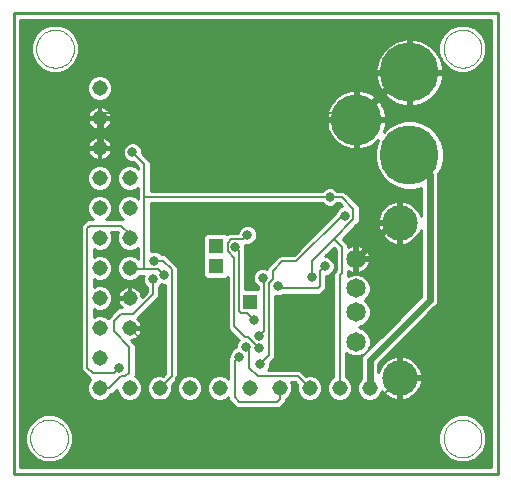
<source format=gbl>
G75*
%MOIN*%
%OFA0B0*%
%FSLAX24Y24*%
%IPPOS*%
%LPD*%
%AMOC8*
5,1,8,0,0,1.08239X$1,22.5*
%
%ADD10C,0.0100*%
%ADD11C,0.0000*%
%ADD12C,0.0650*%
%ADD13C,0.1181*%
%ADD14C,0.0515*%
%ADD15R,0.0515X0.0515*%
%ADD16C,0.1969*%
%ADD17C,0.1699*%
%ADD18C,0.0317*%
%ADD19C,0.0080*%
%ADD20C,0.0240*%
D10*
X000574Y000574D02*
X000574Y015928D01*
X016715Y015928D01*
X016715Y000574D01*
X000574Y000574D01*
X000794Y000794D02*
X016495Y000794D01*
X016495Y015708D01*
X000794Y015708D01*
X000794Y000794D01*
X000794Y000868D02*
X016495Y000868D01*
X016495Y000966D02*
X015721Y000966D01*
X015693Y000955D02*
X015987Y001077D01*
X016212Y001302D01*
X016334Y001596D01*
X016334Y001914D01*
X016212Y002208D01*
X015987Y002433D01*
X015693Y002555D01*
X015375Y002555D01*
X015081Y002433D01*
X014856Y002208D01*
X014734Y001914D01*
X014734Y001596D01*
X014856Y001302D01*
X015081Y001077D01*
X015375Y000955D01*
X015693Y000955D01*
X015959Y001065D02*
X016495Y001065D01*
X016495Y001163D02*
X016074Y001163D01*
X016172Y001262D02*
X016495Y001262D01*
X016495Y001360D02*
X016237Y001360D01*
X016278Y001459D02*
X016495Y001459D01*
X016495Y001557D02*
X016318Y001557D01*
X016334Y001656D02*
X016495Y001656D01*
X016495Y001754D02*
X016334Y001754D01*
X016334Y001853D02*
X016495Y001853D01*
X016495Y001951D02*
X016319Y001951D01*
X016278Y002050D02*
X016495Y002050D01*
X016495Y002148D02*
X016237Y002148D01*
X016174Y002247D02*
X016495Y002247D01*
X016495Y002345D02*
X016075Y002345D01*
X015961Y002444D02*
X016495Y002444D01*
X016495Y002542D02*
X015724Y002542D01*
X015345Y002542D02*
X001944Y002542D01*
X001914Y002555D02*
X001596Y002555D01*
X001302Y002433D01*
X001077Y002208D01*
X000955Y001914D01*
X000955Y001596D01*
X001077Y001302D01*
X001302Y001077D01*
X001596Y000955D01*
X001914Y000955D01*
X002208Y001077D01*
X002433Y001302D01*
X002555Y001596D01*
X002555Y001914D01*
X002433Y002208D01*
X002208Y002433D01*
X001914Y002555D01*
X002182Y002444D02*
X015107Y002444D01*
X014993Y002345D02*
X002296Y002345D01*
X002394Y002247D02*
X014895Y002247D01*
X014831Y002148D02*
X002458Y002148D01*
X002498Y002050D02*
X014791Y002050D01*
X014750Y001951D02*
X002539Y001951D01*
X002555Y001853D02*
X014734Y001853D01*
X014734Y001754D02*
X002555Y001754D01*
X002555Y001656D02*
X014734Y001656D01*
X014750Y001557D02*
X002539Y001557D01*
X002498Y001459D02*
X014791Y001459D01*
X014832Y001360D02*
X002457Y001360D01*
X002393Y001262D02*
X014896Y001262D01*
X014995Y001163D02*
X002294Y001163D01*
X002179Y001065D02*
X015110Y001065D01*
X015348Y000966D02*
X001941Y000966D01*
X001568Y000966D02*
X000794Y000966D01*
X000794Y001065D02*
X001331Y001065D01*
X001215Y001163D02*
X000794Y001163D01*
X000794Y001262D02*
X001117Y001262D01*
X001052Y001360D02*
X000794Y001360D01*
X000794Y001459D02*
X001012Y001459D01*
X000971Y001557D02*
X000794Y001557D01*
X000794Y001656D02*
X000955Y001656D01*
X000955Y001754D02*
X000794Y001754D01*
X000794Y001853D02*
X000955Y001853D01*
X000970Y001951D02*
X000794Y001951D01*
X000794Y002050D02*
X001011Y002050D01*
X001052Y002148D02*
X000794Y002148D01*
X000794Y002247D02*
X001115Y002247D01*
X001214Y002345D02*
X000794Y002345D01*
X000794Y002444D02*
X001328Y002444D01*
X001565Y002542D02*
X000794Y002542D01*
X000794Y002641D02*
X016495Y002641D01*
X016495Y002739D02*
X000794Y002739D01*
X000794Y002838D02*
X007924Y002838D01*
X007880Y002882D02*
X008003Y002759D01*
X009436Y002759D01*
X009523Y002845D01*
X009646Y002969D01*
X009646Y003060D01*
X009678Y003074D01*
X009798Y003194D01*
X009863Y003351D01*
X009863Y003521D01*
X009819Y003627D01*
X009948Y003627D01*
X010022Y003553D01*
X010008Y003521D01*
X010008Y003351D01*
X010074Y003194D01*
X010194Y003074D01*
X010351Y003008D01*
X010521Y003008D01*
X010678Y003074D01*
X010798Y003194D01*
X010863Y003351D01*
X010863Y003521D01*
X010798Y003678D01*
X010678Y003798D01*
X010521Y003863D01*
X010351Y003863D01*
X010319Y003850D01*
X010122Y004047D01*
X009059Y004047D01*
X009078Y004066D01*
X009128Y004187D01*
X009128Y004284D01*
X009292Y004448D01*
X009292Y006510D01*
X009307Y006504D01*
X009438Y006504D01*
X009554Y006552D01*
X010794Y006552D01*
X010987Y006745D01*
X010987Y007169D01*
X011013Y007169D01*
X011133Y007219D01*
X011226Y007311D01*
X011276Y007432D01*
X011276Y007563D01*
X011226Y007683D01*
X011133Y007776D01*
X011013Y007826D01*
X010953Y007826D01*
X011240Y008113D01*
X011307Y008045D01*
X011307Y007359D01*
X011226Y007278D01*
X011226Y003812D01*
X011194Y003798D01*
X011074Y003678D01*
X011008Y003521D01*
X011008Y003351D01*
X011074Y003194D01*
X011194Y003074D01*
X011351Y003008D01*
X011521Y003008D01*
X011678Y003074D01*
X011798Y003194D01*
X011863Y003351D01*
X011863Y003521D01*
X011798Y003678D01*
X011678Y003798D01*
X011646Y003812D01*
X011646Y004616D01*
X011698Y004563D01*
X011880Y004488D01*
X012077Y004488D01*
X012190Y004535D01*
X012146Y004429D01*
X012146Y003750D01*
X012074Y003678D01*
X012008Y003521D01*
X012008Y003351D01*
X012074Y003194D01*
X012194Y003074D01*
X012351Y003008D01*
X012521Y003008D01*
X012678Y003074D01*
X012798Y003194D01*
X012853Y003326D01*
X012885Y003285D01*
X012954Y003216D01*
X013031Y003157D01*
X013115Y003109D01*
X013205Y003071D01*
X013298Y003046D01*
X013393Y003034D01*
X013393Y003724D01*
X013493Y003724D01*
X013493Y003034D01*
X013588Y003046D01*
X013682Y003071D01*
X013771Y003109D01*
X013855Y003157D01*
X013932Y003216D01*
X014001Y003285D01*
X014060Y003362D01*
X014109Y003446D01*
X014146Y003536D01*
X014171Y003629D01*
X014183Y003724D01*
X016495Y003724D01*
X016495Y003626D02*
X014170Y003626D01*
X014183Y003724D02*
X013493Y003724D01*
X013393Y003724D01*
X013393Y003626D02*
X013493Y003626D01*
X013493Y003724D02*
X013493Y003824D01*
X014183Y003824D01*
X014171Y003919D01*
X014146Y004013D01*
X014109Y004102D01*
X014060Y004187D01*
X014001Y004264D01*
X013932Y004332D01*
X013855Y004391D01*
X013771Y004440D01*
X013682Y004477D01*
X013588Y004502D01*
X013493Y004515D01*
X013493Y003824D01*
X013393Y003824D01*
X013393Y004515D01*
X013298Y004502D01*
X013205Y004477D01*
X013115Y004440D01*
X013031Y004391D01*
X012954Y004332D01*
X012885Y004264D01*
X012826Y004187D01*
X012777Y004102D01*
X012740Y004013D01*
X012726Y003959D01*
X012726Y004251D01*
X014601Y006126D01*
X014683Y006208D01*
X014727Y006315D01*
X014727Y010566D01*
X014838Y010758D01*
X014917Y011052D01*
X014917Y011356D01*
X014838Y011649D01*
X014686Y011912D01*
X014471Y012127D01*
X014208Y012279D01*
X013915Y012358D01*
X013611Y012358D01*
X013317Y012279D01*
X013054Y012127D01*
X012905Y011978D01*
X012916Y012002D01*
X012953Y012108D01*
X012978Y012217D01*
X012991Y012329D01*
X012991Y012335D01*
X012041Y012335D01*
X012041Y012435D01*
X011941Y012435D01*
X011941Y013384D01*
X011935Y013384D01*
X011823Y013372D01*
X011714Y013347D01*
X011608Y013310D01*
X011507Y013261D01*
X011412Y013201D01*
X011324Y013131D01*
X011245Y013052D01*
X011174Y012964D01*
X011115Y012869D01*
X011066Y012768D01*
X011029Y012662D01*
X011004Y012552D01*
X010991Y012441D01*
X010991Y012435D01*
X011941Y012435D01*
X011941Y012335D01*
X010991Y012335D01*
X010991Y012329D01*
X011004Y012217D01*
X011029Y012108D01*
X011066Y012002D01*
X011115Y011900D01*
X000794Y011900D01*
X000794Y011998D02*
X011068Y011998D01*
X011033Y012097D02*
X003662Y012097D01*
X003649Y012087D02*
X003701Y012125D01*
X003747Y012170D01*
X003784Y012222D01*
X003814Y012279D01*
X003833Y012340D01*
X003843Y012404D01*
X003843Y012407D01*
X003465Y012407D01*
X003465Y012465D01*
X003407Y012465D01*
X003407Y012843D01*
X003404Y012843D01*
X003340Y012833D01*
X003279Y012814D01*
X003222Y012784D01*
X003170Y012747D01*
X003125Y012701D01*
X003087Y012649D01*
X003058Y012592D01*
X003038Y012531D01*
X003028Y012468D01*
X003028Y012465D01*
X003407Y012465D01*
X003407Y012407D01*
X003028Y012407D01*
X003028Y012404D01*
X003038Y012340D01*
X003058Y012279D01*
X003087Y012222D01*
X003125Y012170D01*
X003170Y012125D01*
X003222Y012087D01*
X003279Y012058D01*
X003340Y012038D01*
X003404Y012028D01*
X003407Y012028D01*
X003407Y012407D01*
X003465Y012407D01*
X003465Y012028D01*
X003468Y012028D01*
X003531Y012038D01*
X003592Y012058D01*
X003649Y012087D01*
X003765Y012195D02*
X011009Y012195D01*
X010995Y012294D02*
X003818Y012294D01*
X003842Y012392D02*
X011941Y012392D01*
X011941Y012335D02*
X012041Y012335D01*
X012041Y011385D01*
X012047Y011385D01*
X012159Y011398D01*
X012268Y011423D01*
X012374Y011460D01*
X012475Y011508D01*
X012570Y011568D01*
X012658Y011638D01*
X012712Y011692D01*
X012687Y011649D01*
X012608Y011356D01*
X012608Y011052D01*
X012687Y010758D01*
X012839Y010495D01*
X013054Y010280D01*
X013317Y010128D01*
X013611Y010049D01*
X013915Y010049D01*
X014147Y010112D01*
X014147Y009181D01*
X014146Y009186D01*
X014109Y009276D01*
X014060Y009360D01*
X014001Y009437D01*
X013932Y009505D01*
X013855Y009565D01*
X013771Y009613D01*
X013682Y009650D01*
X013588Y009675D01*
X013493Y009688D01*
X013493Y008997D01*
X013393Y008997D01*
X013393Y008897D01*
X013493Y008897D01*
X013493Y008207D01*
X013588Y008220D01*
X013682Y008245D01*
X013771Y008282D01*
X013855Y008330D01*
X013932Y008390D01*
X014001Y008458D01*
X014060Y008535D01*
X014109Y008619D01*
X014146Y008709D01*
X014147Y008714D01*
X014147Y006492D01*
X012427Y004772D01*
X012473Y004884D01*
X012473Y005081D01*
X012398Y005263D01*
X012259Y005402D01*
X012083Y005475D01*
X012259Y005548D01*
X012398Y005687D01*
X012473Y005869D01*
X012473Y006066D01*
X012398Y006247D01*
X012285Y006361D01*
X012398Y006474D01*
X012473Y006656D01*
X012473Y006853D01*
X012398Y007035D01*
X012259Y007174D01*
X012077Y007249D01*
X011880Y007249D01*
X011727Y007186D01*
X011727Y007335D01*
X011730Y007333D01*
X011796Y007299D01*
X011867Y007276D01*
X011929Y007266D01*
X011929Y007689D01*
X012029Y007689D01*
X012029Y007789D01*
X012451Y007789D01*
X012442Y007850D01*
X012419Y007921D01*
X012385Y007988D01*
X012341Y008048D01*
X012288Y008101D01*
X012227Y008145D01*
X012161Y008179D01*
X012090Y008202D01*
X012029Y008212D01*
X012029Y007789D01*
X011929Y007789D01*
X011929Y008212D01*
X011867Y008202D01*
X011796Y008179D01*
X011730Y008145D01*
X011727Y008143D01*
X011727Y008219D01*
X011537Y008410D01*
X011984Y008857D01*
X012107Y008980D01*
X012107Y009494D01*
X011589Y010012D01*
X011357Y010012D01*
X011288Y010081D01*
X011168Y010131D01*
X011037Y010131D01*
X010916Y010081D01*
X010848Y010012D01*
X005142Y010012D01*
X005142Y010986D01*
X005019Y011109D01*
X004863Y011266D01*
X004863Y011363D01*
X004813Y011483D01*
X004720Y011576D01*
X004600Y011626D01*
X004469Y011626D01*
X004348Y011576D01*
X004256Y011483D01*
X004206Y011363D01*
X004206Y011232D01*
X004256Y011111D01*
X004348Y011019D01*
X004469Y010969D01*
X004566Y010969D01*
X004722Y010812D01*
X004722Y010754D01*
X004678Y010798D01*
X004521Y010863D01*
X004351Y010863D01*
X004194Y010798D01*
X004074Y010678D01*
X004008Y010521D01*
X004008Y010351D01*
X004074Y010194D01*
X004194Y010074D01*
X004351Y010008D01*
X004521Y010008D01*
X004678Y010074D01*
X004722Y010118D01*
X004722Y009754D01*
X004678Y009798D01*
X004521Y009863D01*
X004351Y009863D01*
X004194Y009798D01*
X004074Y009678D01*
X004008Y009521D01*
X004008Y009351D01*
X004074Y009194D01*
X004194Y009074D01*
X004221Y009062D01*
X003651Y009062D01*
X003678Y009074D01*
X003798Y009194D01*
X003863Y009351D01*
X003863Y009521D01*
X003798Y009678D01*
X003678Y009798D01*
X003521Y009863D01*
X003351Y009863D01*
X003194Y009798D01*
X003074Y009678D01*
X003008Y009521D01*
X003008Y009351D01*
X003074Y009194D01*
X003194Y009074D01*
X003221Y009062D01*
X003015Y009062D01*
X002892Y008939D01*
X002817Y008864D01*
X002817Y004030D01*
X002940Y003907D01*
X003115Y003732D01*
X003128Y003732D01*
X003074Y003678D01*
X003008Y003521D01*
X003008Y003351D01*
X003074Y003194D01*
X003194Y003074D01*
X003351Y003008D01*
X003521Y003008D01*
X003678Y003074D01*
X003798Y003194D01*
X003812Y003226D01*
X003848Y003226D01*
X003971Y003349D01*
X004008Y003386D01*
X004008Y003351D01*
X004074Y003194D01*
X004194Y003074D01*
X004351Y003008D01*
X004521Y003008D01*
X004678Y003074D01*
X004798Y003194D01*
X004863Y003351D01*
X004863Y003521D01*
X004798Y003678D01*
X004678Y003798D01*
X004602Y003830D01*
X004637Y003865D01*
X004637Y004884D01*
X004514Y005007D01*
X004490Y005032D01*
X004531Y005038D01*
X004592Y005058D01*
X004649Y005087D01*
X004701Y005125D01*
X004747Y005170D01*
X004784Y005222D01*
X004814Y005279D01*
X004833Y005340D01*
X004843Y005404D01*
X004843Y005407D01*
X004465Y005407D01*
X004465Y005465D01*
X004843Y005465D01*
X004843Y005468D01*
X004833Y005531D01*
X004814Y005592D01*
X004784Y005649D01*
X004747Y005701D01*
X004701Y005747D01*
X004697Y005750D01*
X004777Y005830D01*
X005422Y006475D01*
X005422Y006808D01*
X005491Y006876D01*
X005496Y006890D01*
X005512Y006884D01*
X005627Y006884D01*
X005627Y003924D01*
X005553Y003850D01*
X005521Y003863D01*
X005351Y003863D01*
X005194Y003798D01*
X005074Y003678D01*
X005008Y003521D01*
X005008Y003351D01*
X005074Y003194D01*
X005194Y003074D01*
X005351Y003008D01*
X005521Y003008D01*
X005678Y003074D01*
X005798Y003194D01*
X005863Y003351D01*
X005863Y003521D01*
X005850Y003553D01*
X006047Y003750D01*
X006047Y007479D01*
X005757Y007769D01*
X005634Y007892D01*
X005517Y007892D01*
X005448Y007961D01*
X005328Y008011D01*
X005197Y008011D01*
X005142Y007988D01*
X005142Y009592D01*
X010848Y009592D01*
X010916Y009524D01*
X011037Y009474D01*
X011168Y009474D01*
X011288Y009524D01*
X011357Y009592D01*
X011415Y009592D01*
X011516Y009491D01*
X011431Y009456D01*
X011339Y009363D01*
X011298Y009265D01*
X011297Y009264D01*
X009905Y007872D01*
X009440Y007872D01*
X009132Y007564D01*
X009009Y007441D01*
X009009Y007418D01*
X008943Y007446D01*
X008812Y007446D01*
X008691Y007396D01*
X008599Y007303D01*
X008549Y007183D01*
X008549Y007052D01*
X008599Y006931D01*
X008691Y006839D01*
X008717Y006828D01*
X008717Y006723D01*
X008287Y006723D01*
X008287Y008069D01*
X008291Y008077D01*
X008291Y008192D01*
X008314Y008192D01*
X008336Y008214D01*
X008433Y008214D01*
X008553Y008264D01*
X008646Y008356D01*
X008696Y008477D01*
X008696Y008608D01*
X008646Y008728D01*
X008553Y008821D01*
X008433Y008871D01*
X008302Y008871D01*
X008181Y008821D01*
X008089Y008728D01*
X008041Y008612D01*
X007745Y008612D01*
X007690Y008557D01*
X007645Y008603D01*
X006989Y008603D01*
X006889Y008503D01*
X006889Y007847D01*
X006892Y007844D01*
X006889Y007841D01*
X006889Y007185D01*
X006989Y007085D01*
X007645Y007085D01*
X007707Y007148D01*
X007707Y005405D01*
X008067Y005045D01*
X008074Y005038D01*
X008034Y004998D01*
X007984Y004878D01*
X007984Y004800D01*
X007901Y004766D01*
X007809Y004673D01*
X007759Y004553D01*
X007759Y004456D01*
X007726Y004423D01*
X007726Y003750D01*
X007678Y003798D01*
X007521Y003863D01*
X007351Y003863D01*
X007194Y003798D01*
X007074Y003678D01*
X007008Y003521D01*
X007008Y003351D01*
X007074Y003194D01*
X007194Y003074D01*
X007351Y003008D01*
X007521Y003008D01*
X007678Y003074D01*
X007726Y003122D01*
X007726Y003036D01*
X007880Y002882D01*
X007826Y002936D02*
X000794Y002936D01*
X000794Y003035D02*
X003287Y003035D01*
X003134Y003133D02*
X000794Y003133D01*
X000794Y003232D02*
X003058Y003232D01*
X003017Y003330D02*
X000794Y003330D01*
X000794Y003429D02*
X003008Y003429D01*
X003011Y003527D02*
X000794Y003527D01*
X000794Y003626D02*
X003052Y003626D01*
X003120Y003724D02*
X000794Y003724D01*
X000794Y003823D02*
X003025Y003823D01*
X002926Y003921D02*
X000794Y003921D01*
X000794Y004020D02*
X002828Y004020D01*
X002817Y004118D02*
X000794Y004118D01*
X000794Y004217D02*
X002817Y004217D01*
X002817Y004315D02*
X000794Y004315D01*
X000794Y004414D02*
X002817Y004414D01*
X002817Y004512D02*
X000794Y004512D01*
X000794Y004611D02*
X002817Y004611D01*
X002817Y004709D02*
X000794Y004709D01*
X000794Y004808D02*
X002817Y004808D01*
X002817Y004906D02*
X000794Y004906D01*
X000794Y005005D02*
X002817Y005005D01*
X002817Y005103D02*
X000794Y005103D01*
X000794Y005202D02*
X002817Y005202D01*
X002817Y005300D02*
X000794Y005300D01*
X000794Y005399D02*
X002817Y005399D01*
X002817Y005497D02*
X000794Y005497D01*
X000794Y005596D02*
X002817Y005596D01*
X002817Y005694D02*
X000794Y005694D01*
X000794Y005793D02*
X002817Y005793D01*
X002817Y005891D02*
X000794Y005891D01*
X000794Y005990D02*
X002817Y005990D01*
X002817Y006088D02*
X000794Y006088D01*
X000794Y006187D02*
X002817Y006187D01*
X002817Y006285D02*
X000794Y006285D01*
X000794Y006384D02*
X002817Y006384D01*
X002817Y006482D02*
X000794Y006482D01*
X000794Y006581D02*
X002817Y006581D01*
X002817Y006679D02*
X000794Y006679D01*
X000794Y006778D02*
X002817Y006778D01*
X002817Y006876D02*
X000794Y006876D01*
X000794Y006975D02*
X002817Y006975D01*
X002817Y007073D02*
X000794Y007073D01*
X000794Y007172D02*
X002817Y007172D01*
X002817Y007270D02*
X000794Y007270D01*
X000794Y007369D02*
X002817Y007369D01*
X002817Y007467D02*
X000794Y007467D01*
X000794Y007566D02*
X002817Y007566D01*
X002817Y007664D02*
X000794Y007664D01*
X000794Y007763D02*
X002817Y007763D01*
X002817Y007861D02*
X000794Y007861D01*
X000794Y007960D02*
X002817Y007960D01*
X002817Y008058D02*
X000794Y008058D01*
X000794Y008157D02*
X002817Y008157D01*
X002817Y008255D02*
X000794Y008255D01*
X000794Y008354D02*
X002817Y008354D01*
X002817Y008452D02*
X000794Y008452D01*
X000794Y008551D02*
X002817Y008551D01*
X002817Y008649D02*
X000794Y008649D01*
X000794Y008748D02*
X002817Y008748D01*
X002817Y008846D02*
X000794Y008846D01*
X000794Y008945D02*
X002898Y008945D01*
X002996Y009043D02*
X000794Y009043D01*
X000794Y009142D02*
X003126Y009142D01*
X003054Y009240D02*
X000794Y009240D01*
X000794Y009339D02*
X003013Y009339D01*
X003008Y009437D02*
X000794Y009437D01*
X000794Y009536D02*
X003015Y009536D01*
X003055Y009634D02*
X000794Y009634D01*
X000794Y009733D02*
X003128Y009733D01*
X003273Y009831D02*
X000794Y009831D01*
X000794Y009930D02*
X004722Y009930D01*
X004722Y010028D02*
X004569Y010028D01*
X004599Y009831D02*
X004722Y009831D01*
X005142Y010028D02*
X010864Y010028D01*
X011027Y010127D02*
X005142Y010127D01*
X005142Y010225D02*
X013149Y010225D01*
X013010Y010324D02*
X005142Y010324D01*
X005142Y010422D02*
X012912Y010422D01*
X012824Y010521D02*
X005142Y010521D01*
X005142Y010619D02*
X012767Y010619D01*
X012710Y010718D02*
X005142Y010718D01*
X005142Y010816D02*
X012672Y010816D01*
X012645Y010915D02*
X005142Y010915D01*
X005115Y011013D02*
X012619Y011013D01*
X012608Y011112D02*
X005017Y011112D01*
X005019Y011109D02*
X005019Y011109D01*
X004918Y011210D02*
X012608Y011210D01*
X012608Y011309D02*
X004863Y011309D01*
X004844Y011407D02*
X011782Y011407D01*
X011823Y011398D02*
X011935Y011385D01*
X011941Y011385D01*
X011941Y012335D01*
X011941Y012294D02*
X012041Y012294D01*
X012041Y012392D02*
X016495Y012392D01*
X016495Y012294D02*
X014154Y012294D01*
X014354Y012195D02*
X016495Y012195D01*
X016495Y012097D02*
X014502Y012097D01*
X014600Y011998D02*
X016495Y011998D01*
X016495Y011900D02*
X014694Y011900D01*
X014750Y011801D02*
X016495Y011801D01*
X016495Y011703D02*
X014807Y011703D01*
X014850Y011604D02*
X016495Y011604D01*
X016495Y011506D02*
X014877Y011506D01*
X014903Y011407D02*
X016495Y011407D01*
X016495Y011309D02*
X014917Y011309D01*
X014917Y011210D02*
X016495Y011210D01*
X016495Y011112D02*
X014917Y011112D01*
X014907Y011013D02*
X016495Y011013D01*
X016495Y010915D02*
X014880Y010915D01*
X014854Y010816D02*
X016495Y010816D01*
X016495Y010718D02*
X014815Y010718D01*
X014758Y010619D02*
X016495Y010619D01*
X016495Y010521D02*
X014727Y010521D01*
X014727Y010422D02*
X016495Y010422D01*
X016495Y010324D02*
X014727Y010324D01*
X014727Y010225D02*
X016495Y010225D01*
X016495Y010127D02*
X014727Y010127D01*
X014727Y010028D02*
X016495Y010028D01*
X016495Y009930D02*
X014727Y009930D01*
X014727Y009831D02*
X016495Y009831D01*
X016495Y009733D02*
X014727Y009733D01*
X014727Y009634D02*
X016495Y009634D01*
X016495Y009536D02*
X014727Y009536D01*
X014727Y009437D02*
X016495Y009437D01*
X016495Y009339D02*
X014727Y009339D01*
X014727Y009240D02*
X016495Y009240D01*
X016495Y009142D02*
X014727Y009142D01*
X014727Y009043D02*
X016495Y009043D01*
X016495Y008945D02*
X014727Y008945D01*
X014727Y008846D02*
X016495Y008846D01*
X016495Y008748D02*
X014727Y008748D01*
X014727Y008649D02*
X016495Y008649D01*
X016495Y008551D02*
X014727Y008551D01*
X014727Y008452D02*
X016495Y008452D01*
X016495Y008354D02*
X014727Y008354D01*
X014727Y008255D02*
X016495Y008255D01*
X016495Y008157D02*
X014727Y008157D01*
X014727Y008058D02*
X016495Y008058D01*
X016495Y007960D02*
X014727Y007960D01*
X014727Y007861D02*
X016495Y007861D01*
X016495Y007763D02*
X014727Y007763D01*
X014727Y007664D02*
X016495Y007664D01*
X016495Y007566D02*
X014727Y007566D01*
X014727Y007467D02*
X016495Y007467D01*
X016495Y007369D02*
X014727Y007369D01*
X014727Y007270D02*
X016495Y007270D01*
X016495Y007172D02*
X014727Y007172D01*
X014727Y007073D02*
X016495Y007073D01*
X016495Y006975D02*
X014727Y006975D01*
X014727Y006876D02*
X016495Y006876D01*
X016495Y006778D02*
X014727Y006778D01*
X014727Y006679D02*
X016495Y006679D01*
X016495Y006581D02*
X014727Y006581D01*
X014727Y006482D02*
X016495Y006482D01*
X016495Y006384D02*
X014727Y006384D01*
X014715Y006285D02*
X016495Y006285D01*
X016495Y006187D02*
X014662Y006187D01*
X014563Y006088D02*
X016495Y006088D01*
X016495Y005990D02*
X014465Y005990D01*
X014366Y005891D02*
X016495Y005891D01*
X016495Y005793D02*
X014268Y005793D01*
X014169Y005694D02*
X016495Y005694D01*
X016495Y005596D02*
X014071Y005596D01*
X013972Y005497D02*
X016495Y005497D01*
X016495Y005399D02*
X013874Y005399D01*
X013775Y005300D02*
X016495Y005300D01*
X016495Y005202D02*
X013677Y005202D01*
X013578Y005103D02*
X016495Y005103D01*
X016495Y005005D02*
X013480Y005005D01*
X013381Y004906D02*
X016495Y004906D01*
X016495Y004808D02*
X013283Y004808D01*
X013184Y004709D02*
X016495Y004709D01*
X016495Y004611D02*
X013086Y004611D01*
X012987Y004512D02*
X013375Y004512D01*
X013393Y004512D02*
X013493Y004512D01*
X013511Y004512D02*
X016495Y004512D01*
X016495Y004414D02*
X013817Y004414D01*
X013949Y004315D02*
X016495Y004315D01*
X016495Y004217D02*
X014037Y004217D01*
X014100Y004118D02*
X016495Y004118D01*
X016495Y004020D02*
X014143Y004020D01*
X014170Y003921D02*
X016495Y003921D01*
X016495Y003823D02*
X013493Y003823D01*
X013493Y003921D02*
X013393Y003921D01*
X013393Y004020D02*
X013493Y004020D01*
X013493Y004118D02*
X013393Y004118D01*
X013393Y004217D02*
X013493Y004217D01*
X013493Y004315D02*
X013393Y004315D01*
X013393Y004414D02*
X013493Y004414D01*
X013070Y004414D02*
X012889Y004414D01*
X012937Y004315D02*
X012790Y004315D01*
X012849Y004217D02*
X012726Y004217D01*
X012726Y004118D02*
X012787Y004118D01*
X012743Y004020D02*
X012726Y004020D01*
X012146Y004020D02*
X011646Y004020D01*
X011646Y004118D02*
X012146Y004118D01*
X012146Y004217D02*
X011646Y004217D01*
X011646Y004315D02*
X012146Y004315D01*
X012146Y004414D02*
X011646Y004414D01*
X011646Y004512D02*
X011822Y004512D01*
X011651Y004611D02*
X011646Y004611D01*
X011226Y004611D02*
X009292Y004611D01*
X009292Y004709D02*
X011226Y004709D01*
X011226Y004808D02*
X009292Y004808D01*
X009292Y004906D02*
X011226Y004906D01*
X011226Y005005D02*
X009292Y005005D01*
X009292Y005103D02*
X011226Y005103D01*
X011226Y005202D02*
X009292Y005202D01*
X009292Y005300D02*
X011226Y005300D01*
X011226Y005399D02*
X009292Y005399D01*
X009292Y005497D02*
X011226Y005497D01*
X011226Y005596D02*
X009292Y005596D01*
X009292Y005694D02*
X011226Y005694D01*
X011226Y005793D02*
X009292Y005793D01*
X009292Y005891D02*
X011226Y005891D01*
X011226Y005990D02*
X009292Y005990D01*
X009292Y006088D02*
X011226Y006088D01*
X011226Y006187D02*
X009292Y006187D01*
X009292Y006285D02*
X011226Y006285D01*
X011226Y006384D02*
X009292Y006384D01*
X009292Y006482D02*
X011226Y006482D01*
X011226Y006581D02*
X010823Y006581D01*
X010921Y006679D02*
X011226Y006679D01*
X011226Y006778D02*
X010987Y006778D01*
X010987Y006876D02*
X011226Y006876D01*
X011226Y006975D02*
X010987Y006975D01*
X010987Y007073D02*
X011226Y007073D01*
X011226Y007172D02*
X011020Y007172D01*
X011185Y007270D02*
X011226Y007270D01*
X011249Y007369D02*
X011307Y007369D01*
X011307Y007467D02*
X011276Y007467D01*
X011274Y007566D02*
X011307Y007566D01*
X011307Y007664D02*
X011234Y007664D01*
X011307Y007763D02*
X011146Y007763D01*
X010988Y007861D02*
X011307Y007861D01*
X011307Y007960D02*
X011087Y007960D01*
X011185Y008058D02*
X011294Y008058D01*
X011593Y008354D02*
X013000Y008354D01*
X013031Y008330D02*
X013115Y008282D01*
X013205Y008245D01*
X013298Y008220D01*
X013393Y008207D01*
X013393Y008897D01*
X012703Y008897D01*
X012715Y008803D01*
X012740Y008709D01*
X012777Y008619D01*
X012826Y008535D01*
X012885Y008458D01*
X012954Y008390D01*
X013031Y008330D01*
X013179Y008255D02*
X011691Y008255D01*
X011727Y008157D02*
X011753Y008157D01*
X011929Y008157D02*
X012029Y008157D01*
X012029Y008058D02*
X011929Y008058D01*
X011929Y007960D02*
X012029Y007960D01*
X012029Y007861D02*
X011929Y007861D01*
X012029Y007763D02*
X014147Y007763D01*
X014147Y007861D02*
X012438Y007861D01*
X012399Y007960D02*
X014147Y007960D01*
X014147Y008058D02*
X012331Y008058D01*
X012204Y008157D02*
X014147Y008157D01*
X014147Y008255D02*
X013707Y008255D01*
X013886Y008354D02*
X014147Y008354D01*
X014147Y008452D02*
X013995Y008452D01*
X014069Y008551D02*
X014147Y008551D01*
X014147Y008649D02*
X014121Y008649D01*
X014123Y009240D02*
X014147Y009240D01*
X014147Y009339D02*
X014072Y009339D01*
X014001Y009437D02*
X014147Y009437D01*
X014147Y009536D02*
X013893Y009536D01*
X013720Y009634D02*
X014147Y009634D01*
X014147Y009733D02*
X011869Y009733D01*
X011967Y009634D02*
X013166Y009634D01*
X013205Y009650D02*
X013115Y009613D01*
X013031Y009565D01*
X012954Y009505D01*
X012885Y009437D01*
X012826Y009360D01*
X012777Y009276D01*
X012740Y009186D01*
X012715Y009092D01*
X012703Y008997D01*
X013393Y008997D01*
X013393Y009688D01*
X013298Y009675D01*
X013205Y009650D01*
X013393Y009634D02*
X013493Y009634D01*
X013493Y009536D02*
X013393Y009536D01*
X013393Y009437D02*
X013493Y009437D01*
X013493Y009339D02*
X013393Y009339D01*
X013393Y009240D02*
X013493Y009240D01*
X013493Y009142D02*
X013393Y009142D01*
X013393Y009043D02*
X013493Y009043D01*
X013393Y008945D02*
X012072Y008945D01*
X012107Y009043D02*
X012709Y009043D01*
X012728Y009142D02*
X012107Y009142D01*
X012107Y009240D02*
X012763Y009240D01*
X012814Y009339D02*
X012107Y009339D01*
X012107Y009437D02*
X012886Y009437D01*
X012993Y009536D02*
X012066Y009536D01*
X011770Y009831D02*
X014147Y009831D01*
X014147Y009930D02*
X011672Y009930D01*
X011341Y010028D02*
X014147Y010028D01*
X013322Y010127D02*
X011177Y010127D01*
X011300Y009536D02*
X011472Y009536D01*
X011413Y009437D02*
X005142Y009437D01*
X005142Y009339D02*
X011329Y009339D01*
X011273Y009240D02*
X005142Y009240D01*
X005142Y009142D02*
X011175Y009142D01*
X011076Y009043D02*
X005142Y009043D01*
X005142Y008945D02*
X010978Y008945D01*
X010879Y008846D02*
X008491Y008846D01*
X008626Y008748D02*
X010781Y008748D01*
X010682Y008649D02*
X008678Y008649D01*
X008696Y008551D02*
X010584Y008551D01*
X010485Y008452D02*
X008685Y008452D01*
X008643Y008354D02*
X010387Y008354D01*
X010288Y008255D02*
X008533Y008255D01*
X008291Y008157D02*
X010190Y008157D01*
X010091Y008058D02*
X008287Y008058D01*
X008287Y007960D02*
X009993Y007960D01*
X009429Y007861D02*
X008287Y007861D01*
X008287Y007763D02*
X009331Y007763D01*
X009232Y007664D02*
X008287Y007664D01*
X008287Y007566D02*
X009134Y007566D01*
X009035Y007467D02*
X008287Y007467D01*
X008287Y007369D02*
X008664Y007369D01*
X008585Y007270D02*
X008287Y007270D01*
X008287Y007172D02*
X008549Y007172D01*
X008549Y007073D02*
X008287Y007073D01*
X008287Y006975D02*
X008581Y006975D01*
X008654Y006876D02*
X008287Y006876D01*
X008287Y006778D02*
X008717Y006778D01*
X007707Y006778D02*
X006047Y006778D01*
X006047Y006876D02*
X007707Y006876D01*
X007707Y006975D02*
X006047Y006975D01*
X006047Y007073D02*
X007707Y007073D01*
X007707Y006679D02*
X006047Y006679D01*
X006047Y006581D02*
X007707Y006581D01*
X007707Y006482D02*
X006047Y006482D01*
X006047Y006384D02*
X007707Y006384D01*
X007707Y006285D02*
X006047Y006285D01*
X006047Y006187D02*
X007707Y006187D01*
X007707Y006088D02*
X006047Y006088D01*
X006047Y005990D02*
X007707Y005990D01*
X007707Y005891D02*
X006047Y005891D01*
X006047Y005793D02*
X007707Y005793D01*
X007707Y005694D02*
X006047Y005694D01*
X006047Y005596D02*
X007707Y005596D01*
X007707Y005497D02*
X006047Y005497D01*
X006047Y005399D02*
X007714Y005399D01*
X007812Y005300D02*
X006047Y005300D01*
X006047Y005202D02*
X007911Y005202D01*
X008009Y005103D02*
X006047Y005103D01*
X006047Y005005D02*
X008040Y005005D01*
X007996Y004906D02*
X006047Y004906D01*
X006047Y004808D02*
X007984Y004808D01*
X007845Y004709D02*
X006047Y004709D01*
X006047Y004611D02*
X007783Y004611D01*
X007759Y004512D02*
X006047Y004512D01*
X006047Y004414D02*
X007726Y004414D01*
X007726Y004315D02*
X006047Y004315D01*
X006047Y004217D02*
X007726Y004217D01*
X007726Y004118D02*
X006047Y004118D01*
X006047Y004020D02*
X007726Y004020D01*
X007726Y003921D02*
X006047Y003921D01*
X006047Y003823D02*
X006253Y003823D01*
X006194Y003798D02*
X006074Y003678D01*
X006008Y003521D01*
X006008Y003351D01*
X006074Y003194D01*
X006194Y003074D01*
X006351Y003008D01*
X006521Y003008D01*
X006678Y003074D01*
X006798Y003194D01*
X006863Y003351D01*
X006863Y003521D01*
X006798Y003678D01*
X006678Y003798D01*
X006521Y003863D01*
X006351Y003863D01*
X006194Y003798D01*
X006120Y003724D02*
X006021Y003724D01*
X006052Y003626D02*
X005923Y003626D01*
X005861Y003527D02*
X006011Y003527D01*
X006008Y003429D02*
X005863Y003429D01*
X005855Y003330D02*
X006017Y003330D01*
X006058Y003232D02*
X005814Y003232D01*
X005738Y003133D02*
X006134Y003133D01*
X006287Y003035D02*
X005584Y003035D01*
X005287Y003035D02*
X004584Y003035D01*
X004738Y003133D02*
X005134Y003133D01*
X005058Y003232D02*
X004814Y003232D01*
X004855Y003330D02*
X005017Y003330D01*
X005008Y003429D02*
X004863Y003429D01*
X004861Y003527D02*
X005011Y003527D01*
X005052Y003626D02*
X004820Y003626D01*
X004752Y003724D02*
X005120Y003724D01*
X005253Y003823D02*
X004619Y003823D01*
X004637Y003921D02*
X005624Y003921D01*
X005627Y004020D02*
X004637Y004020D01*
X004637Y004118D02*
X005627Y004118D01*
X005627Y004217D02*
X004637Y004217D01*
X004637Y004315D02*
X005627Y004315D01*
X005627Y004414D02*
X004637Y004414D01*
X004637Y004512D02*
X005627Y004512D01*
X005627Y004611D02*
X004637Y004611D01*
X004637Y004709D02*
X005627Y004709D01*
X005627Y004808D02*
X004637Y004808D01*
X004615Y004906D02*
X005627Y004906D01*
X005627Y005005D02*
X004517Y005005D01*
X004671Y005103D02*
X005627Y005103D01*
X005627Y005202D02*
X004769Y005202D01*
X004820Y005300D02*
X005627Y005300D01*
X005627Y005399D02*
X004843Y005399D01*
X004839Y005497D02*
X005627Y005497D01*
X005627Y005596D02*
X004812Y005596D01*
X004752Y005694D02*
X005627Y005694D01*
X005627Y005793D02*
X004740Y005793D01*
X004838Y005891D02*
X005627Y005891D01*
X005627Y005990D02*
X004937Y005990D01*
X005035Y006088D02*
X005627Y006088D01*
X005627Y006187D02*
X005134Y006187D01*
X005232Y006285D02*
X005627Y006285D01*
X005627Y006384D02*
X005331Y006384D01*
X005422Y006482D02*
X005627Y006482D01*
X005627Y006581D02*
X005422Y006581D01*
X005422Y006679D02*
X005627Y006679D01*
X005627Y006778D02*
X005422Y006778D01*
X005491Y006876D02*
X005627Y006876D01*
X006047Y007172D02*
X006903Y007172D01*
X006889Y007270D02*
X006047Y007270D01*
X006047Y007369D02*
X006889Y007369D01*
X006889Y007467D02*
X006047Y007467D01*
X005961Y007566D02*
X006889Y007566D01*
X006889Y007664D02*
X005862Y007664D01*
X005764Y007763D02*
X006889Y007763D01*
X006889Y007861D02*
X005665Y007861D01*
X005449Y007960D02*
X006889Y007960D01*
X006889Y008058D02*
X005142Y008058D01*
X005142Y008157D02*
X006889Y008157D01*
X006889Y008255D02*
X005142Y008255D01*
X005142Y008354D02*
X006889Y008354D01*
X006889Y008452D02*
X005142Y008452D01*
X005142Y008551D02*
X006937Y008551D01*
X008056Y008649D02*
X005142Y008649D01*
X005142Y008748D02*
X008108Y008748D01*
X008243Y008846D02*
X005142Y008846D01*
X005142Y009536D02*
X010904Y009536D01*
X011776Y008649D02*
X012765Y008649D01*
X012730Y008748D02*
X011875Y008748D01*
X011973Y008846D02*
X012709Y008846D01*
X012817Y008551D02*
X011678Y008551D01*
X011579Y008452D02*
X012891Y008452D01*
X013393Y008452D02*
X013493Y008452D01*
X013493Y008354D02*
X013393Y008354D01*
X013393Y008255D02*
X013493Y008255D01*
X013493Y008551D02*
X013393Y008551D01*
X013393Y008649D02*
X013493Y008649D01*
X013493Y008748D02*
X013393Y008748D01*
X013393Y008846D02*
X013493Y008846D01*
X014147Y007664D02*
X012447Y007664D01*
X012451Y007689D02*
X012029Y007689D01*
X012029Y007266D01*
X012090Y007276D01*
X012161Y007299D01*
X012227Y007333D01*
X012288Y007377D01*
X012341Y007430D01*
X012385Y007490D01*
X012419Y007557D01*
X012442Y007628D01*
X012451Y007689D01*
X012421Y007566D02*
X014147Y007566D01*
X014147Y007467D02*
X012368Y007467D01*
X012277Y007369D02*
X014147Y007369D01*
X014147Y007270D02*
X012055Y007270D01*
X012029Y007270D02*
X011929Y007270D01*
X011902Y007270D02*
X011727Y007270D01*
X011929Y007369D02*
X012029Y007369D01*
X012029Y007467D02*
X011929Y007467D01*
X011929Y007566D02*
X012029Y007566D01*
X012029Y007664D02*
X011929Y007664D01*
X012261Y007172D02*
X014147Y007172D01*
X014147Y007073D02*
X012360Y007073D01*
X012423Y006975D02*
X014147Y006975D01*
X014147Y006876D02*
X012464Y006876D01*
X012473Y006778D02*
X014147Y006778D01*
X014147Y006679D02*
X012473Y006679D01*
X012442Y006581D02*
X014147Y006581D01*
X014137Y006482D02*
X012401Y006482D01*
X012307Y006384D02*
X014039Y006384D01*
X013940Y006285D02*
X012360Y006285D01*
X012423Y006187D02*
X013842Y006187D01*
X013743Y006088D02*
X012464Y006088D01*
X012473Y005990D02*
X013645Y005990D01*
X013546Y005891D02*
X012473Y005891D01*
X012442Y005793D02*
X013448Y005793D01*
X013349Y005694D02*
X012401Y005694D01*
X012307Y005596D02*
X013251Y005596D01*
X013152Y005497D02*
X012137Y005497D01*
X012262Y005399D02*
X013054Y005399D01*
X012955Y005300D02*
X012361Y005300D01*
X012423Y005202D02*
X012857Y005202D01*
X012758Y005103D02*
X012464Y005103D01*
X012473Y005005D02*
X012660Y005005D01*
X012561Y004906D02*
X012473Y004906D01*
X012463Y004808D02*
X012442Y004808D01*
X012181Y004512D02*
X012135Y004512D01*
X012146Y003921D02*
X011646Y003921D01*
X011646Y003823D02*
X012146Y003823D01*
X012120Y003724D02*
X011752Y003724D01*
X011820Y003626D02*
X012052Y003626D01*
X012011Y003527D02*
X011861Y003527D01*
X011863Y003429D02*
X012008Y003429D01*
X012017Y003330D02*
X011855Y003330D01*
X011814Y003232D02*
X012058Y003232D01*
X012134Y003133D02*
X011738Y003133D01*
X011584Y003035D02*
X012287Y003035D01*
X012584Y003035D02*
X013387Y003035D01*
X013393Y003035D02*
X013493Y003035D01*
X013499Y003035D02*
X016495Y003035D01*
X016495Y003133D02*
X013814Y003133D01*
X013948Y003232D02*
X016495Y003232D01*
X016495Y003330D02*
X014036Y003330D01*
X014099Y003429D02*
X016495Y003429D01*
X016495Y003527D02*
X014142Y003527D01*
X013493Y003527D02*
X013393Y003527D01*
X013393Y003429D02*
X013493Y003429D01*
X013493Y003330D02*
X013393Y003330D01*
X013393Y003232D02*
X013493Y003232D01*
X013493Y003133D02*
X013393Y003133D01*
X013072Y003133D02*
X012738Y003133D01*
X012814Y003232D02*
X012938Y003232D01*
X011287Y003035D02*
X010584Y003035D01*
X010738Y003133D02*
X011134Y003133D01*
X011058Y003232D02*
X010814Y003232D01*
X010855Y003330D02*
X011017Y003330D01*
X011008Y003429D02*
X010863Y003429D01*
X010861Y003527D02*
X011011Y003527D01*
X011052Y003626D02*
X010820Y003626D01*
X010752Y003724D02*
X011120Y003724D01*
X011226Y003823D02*
X010619Y003823D01*
X010248Y003921D02*
X011226Y003921D01*
X011226Y004020D02*
X010149Y004020D01*
X009949Y003626D02*
X009820Y003626D01*
X009861Y003527D02*
X010011Y003527D01*
X010008Y003429D02*
X009863Y003429D01*
X009855Y003330D02*
X010017Y003330D01*
X010058Y003232D02*
X009814Y003232D01*
X009738Y003133D02*
X010134Y003133D01*
X010287Y003035D02*
X009646Y003035D01*
X009614Y002936D02*
X016495Y002936D01*
X016495Y002838D02*
X009515Y002838D01*
X009100Y004118D02*
X011226Y004118D01*
X011226Y004217D02*
X009128Y004217D01*
X009160Y004315D02*
X011226Y004315D01*
X011226Y004414D02*
X009258Y004414D01*
X009292Y004512D02*
X011226Y004512D01*
X007726Y003823D02*
X007619Y003823D01*
X007253Y003823D02*
X006619Y003823D01*
X006752Y003724D02*
X007120Y003724D01*
X007052Y003626D02*
X006820Y003626D01*
X006861Y003527D02*
X007011Y003527D01*
X007008Y003429D02*
X006863Y003429D01*
X006855Y003330D02*
X007017Y003330D01*
X007058Y003232D02*
X006814Y003232D01*
X006738Y003133D02*
X007134Y003133D01*
X007287Y003035D02*
X006584Y003035D01*
X007584Y003035D02*
X007727Y003035D01*
X004287Y003035D02*
X003584Y003035D01*
X003738Y003133D02*
X004134Y003133D01*
X004058Y003232D02*
X003854Y003232D01*
X003952Y003330D02*
X004017Y003330D01*
X003971Y003349D02*
X003971Y003349D01*
X003702Y005774D02*
X003678Y005798D01*
X003521Y005863D01*
X003351Y005863D01*
X003237Y005816D01*
X003237Y006056D01*
X003351Y006008D01*
X003521Y006008D01*
X003678Y006074D01*
X003798Y006194D01*
X003863Y006351D01*
X003863Y006521D01*
X003798Y006678D01*
X003678Y006798D01*
X003521Y006863D01*
X003351Y006863D01*
X003237Y006816D01*
X003237Y007056D01*
X003351Y007008D01*
X003521Y007008D01*
X003678Y007074D01*
X003798Y007194D01*
X003863Y007351D01*
X003863Y007521D01*
X003798Y007678D01*
X003678Y007798D01*
X003521Y007863D01*
X003351Y007863D01*
X003237Y007816D01*
X003237Y008056D01*
X003351Y008008D01*
X003521Y008008D01*
X003678Y008074D01*
X003798Y008194D01*
X003863Y008351D01*
X003863Y008521D01*
X003813Y008642D01*
X004055Y008642D01*
X004058Y008640D01*
X004008Y008521D01*
X004008Y008351D01*
X004074Y008194D01*
X004194Y008074D01*
X004351Y008008D01*
X004521Y008008D01*
X004678Y008074D01*
X004722Y008118D01*
X004722Y007754D01*
X004678Y007798D01*
X004521Y007863D01*
X004351Y007863D01*
X004194Y007798D01*
X004074Y007678D01*
X004008Y007521D01*
X004008Y007351D01*
X004074Y007194D01*
X004194Y007074D01*
X004351Y007008D01*
X004521Y007008D01*
X004678Y007074D01*
X004792Y007187D01*
X004908Y007187D01*
X004884Y007128D01*
X004884Y006997D01*
X004934Y006876D01*
X005002Y006808D01*
X005002Y006649D01*
X004840Y006487D01*
X004833Y006531D01*
X004814Y006592D01*
X004784Y006649D01*
X004747Y006701D01*
X004701Y006747D01*
X004649Y006784D01*
X004592Y006814D01*
X004531Y006833D01*
X004468Y006843D01*
X004465Y006843D01*
X004465Y006465D01*
X004407Y006465D01*
X004407Y006843D01*
X004404Y006843D01*
X004340Y006833D01*
X004279Y006814D01*
X004222Y006784D01*
X004170Y006747D01*
X004125Y006701D01*
X004087Y006649D01*
X004058Y006592D01*
X004038Y006531D01*
X004028Y006468D01*
X004028Y006465D01*
X004407Y006465D01*
X004407Y006407D01*
X004028Y006407D01*
X004028Y006404D01*
X004038Y006340D01*
X004058Y006279D01*
X004087Y006222D01*
X004125Y006170D01*
X004168Y006127D01*
X004055Y006127D01*
X003815Y005887D01*
X003702Y005774D01*
X003684Y005793D02*
X003721Y005793D01*
X003819Y005891D02*
X003237Y005891D01*
X003237Y005990D02*
X003918Y005990D01*
X004016Y006088D02*
X003693Y006088D01*
X003791Y006187D02*
X004113Y006187D01*
X004056Y006285D02*
X003836Y006285D01*
X003863Y006384D02*
X004032Y006384D01*
X004031Y006482D02*
X003863Y006482D01*
X003839Y006581D02*
X004055Y006581D01*
X004109Y006679D02*
X003797Y006679D01*
X003699Y006778D02*
X004213Y006778D01*
X004407Y006778D02*
X004465Y006778D01*
X004465Y006679D02*
X004407Y006679D01*
X004407Y006581D02*
X004465Y006581D01*
X004465Y006482D02*
X004407Y006482D01*
X004659Y006778D02*
X005002Y006778D01*
X005002Y006679D02*
X004763Y006679D01*
X004817Y006581D02*
X004934Y006581D01*
X004934Y006876D02*
X003237Y006876D01*
X003237Y006975D02*
X004893Y006975D01*
X004884Y007073D02*
X004677Y007073D01*
X004776Y007172D02*
X004902Y007172D01*
X004722Y007763D02*
X004714Y007763D01*
X004722Y007861D02*
X004526Y007861D01*
X004346Y007861D02*
X003526Y007861D01*
X003346Y007861D02*
X003237Y007861D01*
X003237Y007960D02*
X004722Y007960D01*
X004722Y008058D02*
X004641Y008058D01*
X004231Y008058D02*
X003641Y008058D01*
X003761Y008157D02*
X004111Y008157D01*
X004048Y008255D02*
X003824Y008255D01*
X003863Y008354D02*
X004008Y008354D01*
X004008Y008452D02*
X003863Y008452D01*
X003851Y008551D02*
X004021Y008551D01*
X004126Y009142D02*
X003746Y009142D01*
X003818Y009240D02*
X004054Y009240D01*
X004013Y009339D02*
X003858Y009339D01*
X003863Y009437D02*
X004008Y009437D01*
X004015Y009536D02*
X003857Y009536D01*
X003816Y009634D02*
X004055Y009634D01*
X004128Y009733D02*
X003744Y009733D01*
X003599Y009831D02*
X004273Y009831D01*
X004303Y010028D02*
X003569Y010028D01*
X003521Y010008D02*
X003678Y010074D01*
X003798Y010194D01*
X003863Y010351D01*
X003863Y010521D01*
X003798Y010678D01*
X003678Y010798D01*
X003521Y010863D01*
X003351Y010863D01*
X003194Y010798D01*
X003074Y010678D01*
X003008Y010521D01*
X003008Y010351D01*
X003074Y010194D01*
X003194Y010074D01*
X003351Y010008D01*
X003521Y010008D01*
X003303Y010028D02*
X000794Y010028D01*
X000794Y010127D02*
X003141Y010127D01*
X003060Y010225D02*
X000794Y010225D01*
X000794Y010324D02*
X003020Y010324D01*
X003008Y010422D02*
X000794Y010422D01*
X000794Y010521D02*
X003008Y010521D01*
X003049Y010619D02*
X000794Y010619D01*
X000794Y010718D02*
X003113Y010718D01*
X003237Y010816D02*
X000794Y010816D01*
X000794Y010915D02*
X004620Y010915D01*
X004635Y010816D02*
X004718Y010816D01*
X004362Y011013D02*
X000794Y011013D01*
X000794Y011112D02*
X003189Y011112D01*
X003170Y011125D02*
X003222Y011087D01*
X003279Y011058D01*
X003340Y011038D01*
X003404Y011028D01*
X003407Y011028D01*
X003407Y011407D01*
X003028Y011407D01*
X003028Y011404D01*
X003038Y011340D01*
X003058Y011279D01*
X003087Y011222D01*
X003125Y011170D01*
X003170Y011125D01*
X003096Y011210D02*
X000794Y011210D01*
X000794Y011309D02*
X003049Y011309D01*
X003028Y011465D02*
X003407Y011465D01*
X003407Y011843D01*
X003404Y011843D01*
X003340Y011833D01*
X003279Y011814D01*
X003222Y011784D01*
X003170Y011747D01*
X003125Y011701D01*
X003087Y011649D01*
X003058Y011592D01*
X003038Y011531D01*
X003028Y011468D01*
X003028Y011465D01*
X003034Y011506D02*
X000794Y011506D01*
X000794Y011604D02*
X003064Y011604D01*
X003126Y011703D02*
X000794Y011703D01*
X000794Y011801D02*
X003255Y011801D01*
X003407Y011801D02*
X003465Y011801D01*
X003465Y011843D02*
X003465Y011465D01*
X003407Y011465D01*
X003407Y011407D01*
X003465Y011407D01*
X003465Y011465D01*
X003843Y011465D01*
X003843Y011468D01*
X003833Y011531D01*
X003814Y011592D01*
X003784Y011649D01*
X003747Y011701D01*
X003701Y011747D01*
X003649Y011784D01*
X003592Y011814D01*
X003531Y011833D01*
X003468Y011843D01*
X003465Y011843D01*
X003465Y011703D02*
X003407Y011703D01*
X003407Y011604D02*
X003465Y011604D01*
X003465Y011506D02*
X003407Y011506D01*
X003407Y011407D02*
X000794Y011407D01*
X000794Y012097D02*
X003209Y012097D01*
X003107Y012195D02*
X000794Y012195D01*
X000794Y012294D02*
X003054Y012294D01*
X003030Y012392D02*
X000794Y012392D01*
X000794Y012491D02*
X003032Y012491D01*
X003057Y012589D02*
X000794Y012589D01*
X000794Y012688D02*
X003115Y012688D01*
X003226Y012786D02*
X000794Y012786D01*
X000794Y012885D02*
X011125Y012885D01*
X011075Y012786D02*
X003646Y012786D01*
X003649Y012784D02*
X003592Y012814D01*
X003531Y012833D01*
X003468Y012843D01*
X003465Y012843D01*
X003465Y012465D01*
X003843Y012465D01*
X003843Y012468D01*
X003833Y012531D01*
X003814Y012592D01*
X003784Y012649D01*
X003747Y012701D01*
X003701Y012747D01*
X003649Y012784D01*
X003757Y012688D02*
X011038Y012688D01*
X011012Y012589D02*
X003815Y012589D01*
X003840Y012491D02*
X010997Y012491D01*
X011190Y012983D02*
X000794Y012983D01*
X000794Y013082D02*
X003186Y013082D01*
X003194Y013074D02*
X003351Y013008D01*
X003521Y013008D01*
X003678Y013074D01*
X003798Y013194D01*
X003863Y013351D01*
X003863Y013521D01*
X003798Y013678D01*
X003678Y013798D01*
X003521Y013863D01*
X003351Y013863D01*
X003194Y013798D01*
X003074Y013678D01*
X003008Y013521D01*
X003008Y013351D01*
X003074Y013194D01*
X003194Y013074D01*
X003087Y013180D02*
X000794Y013180D01*
X000794Y013279D02*
X003038Y013279D01*
X003008Y013377D02*
X000794Y013377D01*
X000794Y013476D02*
X003008Y013476D01*
X003031Y013574D02*
X000794Y013574D01*
X000794Y013673D02*
X003071Y013673D01*
X003167Y013771D02*
X000794Y013771D01*
X000794Y013870D02*
X012631Y013870D01*
X012628Y013896D02*
X012643Y013769D01*
X012671Y013645D01*
X012713Y013525D01*
X012768Y013410D01*
X012836Y013302D01*
X012916Y013203D01*
X013006Y013112D01*
X013105Y013033D01*
X013213Y012965D01*
X013328Y012910D01*
X013448Y012868D01*
X013572Y012840D01*
X013699Y012825D01*
X013713Y012825D01*
X013713Y013910D01*
X012628Y013910D01*
X012628Y013896D01*
X012628Y014010D02*
X013713Y014010D01*
X013713Y015094D01*
X013699Y015094D01*
X013572Y015080D01*
X013448Y015051D01*
X013328Y015009D01*
X013213Y014954D01*
X013105Y014886D01*
X013006Y014807D01*
X012916Y014717D01*
X012836Y014617D01*
X012768Y014509D01*
X012713Y014394D01*
X012671Y014274D01*
X012643Y014150D01*
X012628Y014023D01*
X012628Y014010D01*
X012633Y014067D02*
X002400Y014067D01*
X002405Y014069D02*
X002630Y014294D01*
X002752Y014588D01*
X002752Y014906D01*
X002630Y015200D01*
X002405Y015425D01*
X002111Y015547D01*
X001793Y015547D01*
X001499Y015425D01*
X001274Y015200D01*
X001152Y014906D01*
X001152Y014588D01*
X001274Y014294D01*
X001499Y014069D01*
X001793Y013947D01*
X002111Y013947D01*
X002405Y014069D01*
X002501Y014165D02*
X012646Y014165D01*
X012669Y014264D02*
X002600Y014264D01*
X002658Y014362D02*
X012702Y014362D01*
X012745Y014461D02*
X002699Y014461D01*
X002740Y014559D02*
X012800Y014559D01*
X012869Y014658D02*
X002752Y014658D01*
X002752Y014756D02*
X012955Y014756D01*
X013066Y014855D02*
X002752Y014855D01*
X002732Y014953D02*
X013212Y014953D01*
X013451Y015052D02*
X002691Y015052D01*
X002650Y015150D02*
X014836Y015150D01*
X014856Y015200D02*
X014734Y014906D01*
X014734Y014588D01*
X014856Y014294D01*
X015081Y014069D01*
X015375Y013947D01*
X015693Y013947D01*
X015987Y014069D01*
X016212Y014294D01*
X016334Y014588D01*
X016334Y014906D01*
X016212Y015200D01*
X015987Y015425D01*
X015693Y015547D01*
X015375Y015547D01*
X015081Y015425D01*
X014856Y015200D01*
X014905Y015249D02*
X002581Y015249D01*
X002483Y015347D02*
X015003Y015347D01*
X015131Y015446D02*
X002355Y015446D01*
X002117Y015544D02*
X015369Y015544D01*
X015700Y015544D02*
X016495Y015544D01*
X016495Y015446D02*
X015938Y015446D01*
X016065Y015347D02*
X016495Y015347D01*
X016495Y015249D02*
X016164Y015249D01*
X016233Y015150D02*
X016495Y015150D01*
X016495Y015052D02*
X016274Y015052D01*
X016315Y014953D02*
X016495Y014953D01*
X016495Y014855D02*
X016334Y014855D01*
X016334Y014756D02*
X016495Y014756D01*
X016495Y014658D02*
X016334Y014658D01*
X016322Y014559D02*
X016495Y014559D01*
X016495Y014461D02*
X016282Y014461D01*
X016241Y014362D02*
X016495Y014362D01*
X016495Y014264D02*
X016182Y014264D01*
X016084Y014165D02*
X016495Y014165D01*
X016495Y014067D02*
X015982Y014067D01*
X015745Y013968D02*
X016495Y013968D01*
X016495Y013870D02*
X014894Y013870D01*
X014897Y013896D02*
X014897Y013910D01*
X013813Y013910D01*
X013813Y014010D01*
X013713Y014010D01*
X013713Y013910D01*
X013813Y013910D01*
X013813Y012825D01*
X013826Y012825D01*
X013953Y012840D01*
X014077Y012868D01*
X014197Y012910D01*
X014312Y012965D01*
X014420Y013033D01*
X014520Y013112D01*
X014610Y013203D01*
X014689Y013302D01*
X014757Y013410D01*
X014812Y013525D01*
X014854Y013645D01*
X014883Y013769D01*
X014897Y013896D01*
X014897Y014010D02*
X014897Y014023D01*
X014883Y014150D01*
X014854Y014274D01*
X014812Y014394D01*
X014757Y014509D01*
X014689Y014617D01*
X014610Y014717D01*
X014520Y014807D01*
X014420Y014886D01*
X014312Y014954D01*
X014197Y015009D01*
X014077Y015051D01*
X013953Y015080D01*
X013826Y015094D01*
X013813Y015094D01*
X013813Y014010D01*
X014897Y014010D01*
X014892Y014067D02*
X015086Y014067D01*
X014985Y014165D02*
X014879Y014165D01*
X014886Y014264D02*
X014857Y014264D01*
X014828Y014362D02*
X014823Y014362D01*
X014787Y014461D02*
X014780Y014461D01*
X014746Y014559D02*
X014725Y014559D01*
X014734Y014658D02*
X014657Y014658D01*
X014734Y014756D02*
X014570Y014756D01*
X014459Y014855D02*
X014734Y014855D01*
X014754Y014953D02*
X014313Y014953D01*
X014075Y015052D02*
X014795Y015052D01*
X013813Y015052D02*
X013713Y015052D01*
X013713Y014953D02*
X013813Y014953D01*
X013813Y014855D02*
X013713Y014855D01*
X013713Y014756D02*
X013813Y014756D01*
X013813Y014658D02*
X013713Y014658D01*
X013713Y014559D02*
X013813Y014559D01*
X013813Y014461D02*
X013713Y014461D01*
X013713Y014362D02*
X013813Y014362D01*
X013813Y014264D02*
X013713Y014264D01*
X013713Y014165D02*
X013813Y014165D01*
X013813Y014067D02*
X013713Y014067D01*
X013713Y013968D02*
X002162Y013968D01*
X001741Y013968D02*
X000794Y013968D01*
X000794Y014067D02*
X001503Y014067D01*
X001402Y014165D02*
X000794Y014165D01*
X000794Y014264D02*
X001304Y014264D01*
X001245Y014362D02*
X000794Y014362D01*
X000794Y014461D02*
X001204Y014461D01*
X001164Y014559D02*
X000794Y014559D01*
X000794Y014658D02*
X001152Y014658D01*
X001152Y014756D02*
X000794Y014756D01*
X000794Y014855D02*
X001152Y014855D01*
X001171Y014953D02*
X000794Y014953D01*
X000794Y015052D02*
X001212Y015052D01*
X001253Y015150D02*
X000794Y015150D01*
X000794Y015249D02*
X001322Y015249D01*
X001421Y015347D02*
X000794Y015347D01*
X000794Y015446D02*
X001548Y015446D01*
X001786Y015544D02*
X000794Y015544D01*
X000794Y015643D02*
X016495Y015643D01*
X015324Y013968D02*
X013813Y013968D01*
X013813Y013870D02*
X013713Y013870D01*
X013713Y013771D02*
X013813Y013771D01*
X013813Y013673D02*
X013713Y013673D01*
X013713Y013574D02*
X013813Y013574D01*
X013813Y013476D02*
X013713Y013476D01*
X013713Y013377D02*
X013813Y013377D01*
X013813Y013279D02*
X013713Y013279D01*
X013713Y013180D02*
X013813Y013180D01*
X013813Y013082D02*
X013713Y013082D01*
X013713Y012983D02*
X013813Y012983D01*
X013813Y012885D02*
X013713Y012885D01*
X013400Y012885D02*
X012857Y012885D01*
X012867Y012869D02*
X012808Y012964D01*
X012738Y013052D01*
X012658Y013131D01*
X012570Y013201D01*
X012475Y013261D01*
X012374Y013310D01*
X012268Y013347D01*
X012159Y013372D01*
X012047Y013384D01*
X012041Y013384D01*
X012041Y012435D01*
X012991Y012435D01*
X012991Y012441D01*
X012978Y012552D01*
X012953Y012662D01*
X012916Y012768D01*
X012867Y012869D01*
X012907Y012786D02*
X016495Y012786D01*
X016495Y012688D02*
X012944Y012688D01*
X012970Y012589D02*
X016495Y012589D01*
X016495Y012491D02*
X012985Y012491D01*
X012987Y012294D02*
X013371Y012294D01*
X013172Y012195D02*
X012973Y012195D01*
X012949Y012097D02*
X013023Y012097D01*
X012925Y011998D02*
X012914Y011998D01*
X012675Y011604D02*
X012616Y011604D01*
X012649Y011506D02*
X012470Y011506D01*
X012622Y011407D02*
X012201Y011407D01*
X012041Y011407D02*
X011941Y011407D01*
X011941Y011506D02*
X012041Y011506D01*
X012041Y011604D02*
X011941Y011604D01*
X011941Y011703D02*
X012041Y011703D01*
X012041Y011801D02*
X011941Y011801D01*
X011941Y011900D02*
X012041Y011900D01*
X012041Y011998D02*
X011941Y011998D01*
X011941Y012097D02*
X012041Y012097D01*
X012041Y012195D02*
X011941Y012195D01*
X011941Y012491D02*
X012041Y012491D01*
X012041Y012589D02*
X011941Y012589D01*
X011941Y012688D02*
X012041Y012688D01*
X012041Y012786D02*
X011941Y012786D01*
X011941Y012885D02*
X012041Y012885D01*
X012041Y012983D02*
X011941Y012983D01*
X011941Y013082D02*
X012041Y013082D01*
X012041Y013180D02*
X011941Y013180D01*
X011941Y013279D02*
X012041Y013279D01*
X012041Y013377D02*
X011941Y013377D01*
X011872Y013377D02*
X003863Y013377D01*
X003863Y013476D02*
X012737Y013476D01*
X012696Y013574D02*
X003841Y013574D01*
X003801Y013673D02*
X012665Y013673D01*
X012642Y013771D02*
X003705Y013771D01*
X003834Y013279D02*
X011544Y013279D01*
X011385Y013180D02*
X003785Y013180D01*
X003686Y013082D02*
X011274Y013082D01*
X012110Y013377D02*
X012789Y013377D01*
X012855Y013279D02*
X012438Y013279D01*
X012597Y013180D02*
X012938Y013180D01*
X013044Y013082D02*
X012708Y013082D01*
X012792Y012983D02*
X013185Y012983D01*
X014125Y012885D02*
X016495Y012885D01*
X016495Y012983D02*
X014341Y012983D01*
X014481Y013082D02*
X016495Y013082D01*
X016495Y013180D02*
X014587Y013180D01*
X014671Y013279D02*
X016495Y013279D01*
X016495Y013377D02*
X014736Y013377D01*
X014789Y013476D02*
X016495Y013476D01*
X016495Y013574D02*
X014830Y013574D01*
X014861Y013673D02*
X016495Y013673D01*
X016495Y013771D02*
X014883Y013771D01*
X011823Y011398D02*
X011714Y011423D01*
X011608Y011460D01*
X011507Y011508D01*
X011412Y011568D01*
X011324Y011638D01*
X011245Y011718D01*
X011174Y011805D01*
X011115Y011900D01*
X011178Y011801D02*
X003616Y011801D01*
X003745Y011703D02*
X011259Y011703D01*
X011366Y011604D02*
X004651Y011604D01*
X004790Y011506D02*
X011512Y011506D01*
X004417Y011604D02*
X003807Y011604D01*
X003837Y011506D02*
X004278Y011506D01*
X004224Y011407D02*
X003465Y011407D01*
X003843Y011407D01*
X003843Y011404D01*
X003833Y011340D01*
X003814Y011279D01*
X003784Y011222D01*
X003747Y011170D01*
X003701Y011125D01*
X003649Y011087D01*
X003592Y011058D01*
X003531Y011038D01*
X003468Y011028D01*
X003465Y011028D01*
X003465Y011407D01*
X003465Y011309D02*
X003407Y011309D01*
X003407Y011210D02*
X003465Y011210D01*
X003465Y011112D02*
X003407Y011112D01*
X003683Y011112D02*
X004256Y011112D01*
X004215Y011210D02*
X003776Y011210D01*
X003823Y011309D02*
X004206Y011309D01*
X004237Y010816D02*
X003635Y010816D01*
X003759Y010718D02*
X004113Y010718D01*
X004049Y010619D02*
X003823Y010619D01*
X003863Y010521D02*
X004008Y010521D01*
X004008Y010422D02*
X003863Y010422D01*
X003852Y010324D02*
X004020Y010324D01*
X004060Y010225D02*
X003811Y010225D01*
X003731Y010127D02*
X004141Y010127D01*
X003465Y012097D02*
X003407Y012097D01*
X003407Y012195D02*
X003465Y012195D01*
X003465Y012294D02*
X003407Y012294D01*
X003407Y012392D02*
X003465Y012392D01*
X003465Y012491D02*
X003407Y012491D01*
X003407Y012589D02*
X003465Y012589D01*
X003465Y012688D02*
X003407Y012688D01*
X003407Y012786D02*
X003465Y012786D01*
X003714Y007763D02*
X004158Y007763D01*
X004068Y007664D02*
X003804Y007664D01*
X003845Y007566D02*
X004027Y007566D01*
X004008Y007467D02*
X003863Y007467D01*
X003863Y007369D02*
X004008Y007369D01*
X004042Y007270D02*
X003830Y007270D01*
X003776Y007172D02*
X004096Y007172D01*
X004194Y007073D02*
X003677Y007073D01*
D11*
X001125Y001755D02*
X001127Y001805D01*
X001133Y001855D01*
X001143Y001904D01*
X001157Y001952D01*
X001174Y001999D01*
X001195Y002044D01*
X001220Y002088D01*
X001248Y002129D01*
X001280Y002168D01*
X001314Y002205D01*
X001351Y002239D01*
X001391Y002269D01*
X001433Y002296D01*
X001477Y002320D01*
X001523Y002341D01*
X001570Y002357D01*
X001618Y002370D01*
X001668Y002379D01*
X001717Y002384D01*
X001768Y002385D01*
X001818Y002382D01*
X001867Y002375D01*
X001916Y002364D01*
X001964Y002349D01*
X002010Y002331D01*
X002055Y002309D01*
X002098Y002283D01*
X002139Y002254D01*
X002178Y002222D01*
X002214Y002187D01*
X002246Y002149D01*
X002276Y002109D01*
X002303Y002066D01*
X002326Y002022D01*
X002345Y001976D01*
X002361Y001928D01*
X002373Y001879D01*
X002381Y001830D01*
X002385Y001780D01*
X002385Y001730D01*
X002381Y001680D01*
X002373Y001631D01*
X002361Y001582D01*
X002345Y001534D01*
X002326Y001488D01*
X002303Y001444D01*
X002276Y001401D01*
X002246Y001361D01*
X002214Y001323D01*
X002178Y001288D01*
X002139Y001256D01*
X002098Y001227D01*
X002055Y001201D01*
X002010Y001179D01*
X001964Y001161D01*
X001916Y001146D01*
X001867Y001135D01*
X001818Y001128D01*
X001768Y001125D01*
X001717Y001126D01*
X001668Y001131D01*
X001618Y001140D01*
X001570Y001153D01*
X001523Y001169D01*
X001477Y001190D01*
X001433Y001214D01*
X001391Y001241D01*
X001351Y001271D01*
X001314Y001305D01*
X001280Y001342D01*
X001248Y001381D01*
X001220Y001422D01*
X001195Y001466D01*
X001174Y001511D01*
X001157Y001558D01*
X001143Y001606D01*
X001133Y001655D01*
X001127Y001705D01*
X001125Y001755D01*
X001322Y014747D02*
X001324Y014797D01*
X001330Y014847D01*
X001340Y014896D01*
X001354Y014944D01*
X001371Y014991D01*
X001392Y015036D01*
X001417Y015080D01*
X001445Y015121D01*
X001477Y015160D01*
X001511Y015197D01*
X001548Y015231D01*
X001588Y015261D01*
X001630Y015288D01*
X001674Y015312D01*
X001720Y015333D01*
X001767Y015349D01*
X001815Y015362D01*
X001865Y015371D01*
X001914Y015376D01*
X001965Y015377D01*
X002015Y015374D01*
X002064Y015367D01*
X002113Y015356D01*
X002161Y015341D01*
X002207Y015323D01*
X002252Y015301D01*
X002295Y015275D01*
X002336Y015246D01*
X002375Y015214D01*
X002411Y015179D01*
X002443Y015141D01*
X002473Y015101D01*
X002500Y015058D01*
X002523Y015014D01*
X002542Y014968D01*
X002558Y014920D01*
X002570Y014871D01*
X002578Y014822D01*
X002582Y014772D01*
X002582Y014722D01*
X002578Y014672D01*
X002570Y014623D01*
X002558Y014574D01*
X002542Y014526D01*
X002523Y014480D01*
X002500Y014436D01*
X002473Y014393D01*
X002443Y014353D01*
X002411Y014315D01*
X002375Y014280D01*
X002336Y014248D01*
X002295Y014219D01*
X002252Y014193D01*
X002207Y014171D01*
X002161Y014153D01*
X002113Y014138D01*
X002064Y014127D01*
X002015Y014120D01*
X001965Y014117D01*
X001914Y014118D01*
X001865Y014123D01*
X001815Y014132D01*
X001767Y014145D01*
X001720Y014161D01*
X001674Y014182D01*
X001630Y014206D01*
X001588Y014233D01*
X001548Y014263D01*
X001511Y014297D01*
X001477Y014334D01*
X001445Y014373D01*
X001417Y014414D01*
X001392Y014458D01*
X001371Y014503D01*
X001354Y014550D01*
X001340Y014598D01*
X001330Y014647D01*
X001324Y014697D01*
X001322Y014747D01*
X014904Y014747D02*
X014906Y014797D01*
X014912Y014847D01*
X014922Y014896D01*
X014936Y014944D01*
X014953Y014991D01*
X014974Y015036D01*
X014999Y015080D01*
X015027Y015121D01*
X015059Y015160D01*
X015093Y015197D01*
X015130Y015231D01*
X015170Y015261D01*
X015212Y015288D01*
X015256Y015312D01*
X015302Y015333D01*
X015349Y015349D01*
X015397Y015362D01*
X015447Y015371D01*
X015496Y015376D01*
X015547Y015377D01*
X015597Y015374D01*
X015646Y015367D01*
X015695Y015356D01*
X015743Y015341D01*
X015789Y015323D01*
X015834Y015301D01*
X015877Y015275D01*
X015918Y015246D01*
X015957Y015214D01*
X015993Y015179D01*
X016025Y015141D01*
X016055Y015101D01*
X016082Y015058D01*
X016105Y015014D01*
X016124Y014968D01*
X016140Y014920D01*
X016152Y014871D01*
X016160Y014822D01*
X016164Y014772D01*
X016164Y014722D01*
X016160Y014672D01*
X016152Y014623D01*
X016140Y014574D01*
X016124Y014526D01*
X016105Y014480D01*
X016082Y014436D01*
X016055Y014393D01*
X016025Y014353D01*
X015993Y014315D01*
X015957Y014280D01*
X015918Y014248D01*
X015877Y014219D01*
X015834Y014193D01*
X015789Y014171D01*
X015743Y014153D01*
X015695Y014138D01*
X015646Y014127D01*
X015597Y014120D01*
X015547Y014117D01*
X015496Y014118D01*
X015447Y014123D01*
X015397Y014132D01*
X015349Y014145D01*
X015302Y014161D01*
X015256Y014182D01*
X015212Y014206D01*
X015170Y014233D01*
X015130Y014263D01*
X015093Y014297D01*
X015059Y014334D01*
X015027Y014373D01*
X014999Y014414D01*
X014974Y014458D01*
X014953Y014503D01*
X014936Y014550D01*
X014922Y014598D01*
X014912Y014647D01*
X014906Y014697D01*
X014904Y014747D01*
X014904Y001755D02*
X014906Y001805D01*
X014912Y001855D01*
X014922Y001904D01*
X014936Y001952D01*
X014953Y001999D01*
X014974Y002044D01*
X014999Y002088D01*
X015027Y002129D01*
X015059Y002168D01*
X015093Y002205D01*
X015130Y002239D01*
X015170Y002269D01*
X015212Y002296D01*
X015256Y002320D01*
X015302Y002341D01*
X015349Y002357D01*
X015397Y002370D01*
X015447Y002379D01*
X015496Y002384D01*
X015547Y002385D01*
X015597Y002382D01*
X015646Y002375D01*
X015695Y002364D01*
X015743Y002349D01*
X015789Y002331D01*
X015834Y002309D01*
X015877Y002283D01*
X015918Y002254D01*
X015957Y002222D01*
X015993Y002187D01*
X016025Y002149D01*
X016055Y002109D01*
X016082Y002066D01*
X016105Y002022D01*
X016124Y001976D01*
X016140Y001928D01*
X016152Y001879D01*
X016160Y001830D01*
X016164Y001780D01*
X016164Y001730D01*
X016160Y001680D01*
X016152Y001631D01*
X016140Y001582D01*
X016124Y001534D01*
X016105Y001488D01*
X016082Y001444D01*
X016055Y001401D01*
X016025Y001361D01*
X015993Y001323D01*
X015957Y001288D01*
X015918Y001256D01*
X015877Y001227D01*
X015834Y001201D01*
X015789Y001179D01*
X015743Y001161D01*
X015695Y001146D01*
X015646Y001135D01*
X015597Y001128D01*
X015547Y001125D01*
X015496Y001126D01*
X015447Y001131D01*
X015397Y001140D01*
X015349Y001153D01*
X015302Y001169D01*
X015256Y001190D01*
X015212Y001214D01*
X015170Y001241D01*
X015130Y001271D01*
X015093Y001305D01*
X015059Y001342D01*
X015027Y001381D01*
X014999Y001422D01*
X014974Y001466D01*
X014953Y001511D01*
X014936Y001558D01*
X014922Y001606D01*
X014912Y001655D01*
X014906Y001705D01*
X014904Y001755D01*
D12*
X011979Y004983D03*
X011979Y005967D03*
X011979Y006755D03*
X011979Y007739D03*
D13*
X013443Y008947D03*
X013443Y003774D03*
D14*
X012436Y003436D03*
X011436Y003436D03*
X010436Y003436D03*
X009436Y003436D03*
X008436Y003436D03*
X007436Y003436D03*
X006436Y003436D03*
X005436Y003436D03*
X004436Y003436D03*
X003436Y003436D03*
X003436Y004436D03*
X003436Y005436D03*
X004436Y005436D03*
X004436Y006436D03*
X003436Y006436D03*
X003436Y007436D03*
X004436Y007436D03*
X004436Y008436D03*
X003436Y008436D03*
X003436Y009436D03*
X003436Y010436D03*
X004436Y010436D03*
X004436Y009436D03*
X003436Y011436D03*
X003436Y012436D03*
X003436Y013436D03*
D15*
X007317Y008175D03*
X007317Y007513D03*
X008456Y006296D03*
D16*
X013763Y011204D03*
X013763Y013960D03*
D17*
X011991Y012385D03*
D18*
X009377Y012607D03*
X007277Y012607D03*
X004534Y011297D03*
X007962Y008142D03*
X008367Y008542D03*
X008877Y007117D03*
X009372Y006832D03*
X010507Y007132D03*
X010947Y007497D03*
X011617Y009177D03*
X011102Y009802D03*
X008587Y005717D03*
X008767Y005177D03*
X008742Y004787D03*
X008312Y004812D03*
X008087Y004487D03*
X008800Y004252D03*
X006447Y004212D03*
X004092Y004102D03*
X005212Y007062D03*
X005577Y007212D03*
X005262Y007682D03*
D19*
X005547Y007682D01*
X005837Y007392D01*
X005837Y003837D01*
X005436Y003436D01*
X005777Y003047D02*
X005042Y003047D01*
X004927Y003162D01*
X004927Y004945D01*
X004436Y005436D01*
X004567Y005917D02*
X004142Y005917D01*
X003902Y005677D01*
X003902Y005322D01*
X004427Y004797D01*
X004427Y003952D01*
X004297Y003822D01*
X004147Y003822D01*
X003761Y003436D01*
X003436Y003436D01*
X003202Y003942D02*
X003027Y004117D01*
X003027Y008777D01*
X003102Y008852D01*
X004142Y008852D01*
X004436Y008559D01*
X004436Y008436D01*
X004436Y007436D02*
X004475Y007397D01*
X004967Y007397D01*
X004932Y007432D01*
X004932Y009802D01*
X004932Y010899D01*
X004534Y011297D01*
X003436Y012436D02*
X003607Y012607D01*
X007277Y012607D01*
X009377Y012607D01*
X011769Y012607D01*
X011991Y012385D01*
X011502Y009802D02*
X011102Y009802D01*
X004932Y009802D01*
X004967Y007397D02*
X005392Y007397D01*
X005577Y007212D01*
X005212Y007062D02*
X005212Y006562D01*
X004567Y005917D01*
X006432Y004212D02*
X006447Y004212D01*
X006432Y004212D02*
X005987Y003767D01*
X005987Y003257D01*
X005777Y003047D01*
X004092Y004102D02*
X003932Y003942D01*
X003202Y003942D01*
X007702Y007997D02*
X007702Y008272D01*
X007832Y008402D01*
X008227Y008402D01*
X008367Y008542D01*
X007962Y008142D02*
X008077Y008027D01*
X008077Y005997D01*
X008137Y005937D01*
X008367Y005937D01*
X008587Y005717D01*
X008927Y005337D02*
X008767Y005177D01*
X008927Y005337D02*
X008927Y007067D01*
X008877Y007117D01*
X009082Y006922D02*
X009082Y004535D01*
X008800Y004252D01*
X008424Y004120D02*
X008424Y004700D01*
X008312Y004812D01*
X008277Y005132D02*
X008397Y005132D01*
X008742Y004787D01*
X008277Y005132D02*
X007917Y005492D01*
X007917Y007782D01*
X007702Y007997D01*
X009082Y006922D02*
X009219Y007059D01*
X009219Y007354D01*
X009527Y007662D01*
X009992Y007662D01*
X011507Y009177D01*
X011617Y009177D01*
X011897Y009067D02*
X011897Y009407D01*
X011502Y009802D01*
X011897Y009067D02*
X011240Y008410D01*
X011517Y008132D01*
X011517Y007272D01*
X011436Y007191D01*
X011436Y003436D01*
X011997Y003192D02*
X011997Y004272D01*
X013443Y005718D01*
X013443Y008947D01*
X011240Y008410D02*
X010507Y007677D01*
X010507Y007132D01*
X010777Y007327D02*
X010947Y007497D01*
X010777Y007327D02*
X010777Y006832D01*
X010707Y006762D01*
X009442Y006762D01*
X009372Y006832D01*
X008087Y004487D02*
X007936Y004336D01*
X007936Y003123D01*
X008090Y002969D01*
X009349Y002969D01*
X009436Y003055D01*
X009436Y003436D01*
X010035Y003837D02*
X010436Y003436D01*
X010035Y003837D02*
X008707Y003837D01*
X008424Y004120D01*
X011997Y003192D02*
X012202Y002987D01*
X012656Y002987D01*
X013443Y003774D01*
D20*
X012436Y003436D02*
X012436Y004371D01*
X014437Y006372D01*
X014437Y010529D01*
X013763Y011204D01*
X011991Y012385D02*
X013566Y013960D01*
X013763Y013960D01*
X013443Y008947D02*
X013187Y008947D01*
X011979Y007739D01*
X003436Y011436D02*
X003436Y012436D01*
M02*

</source>
